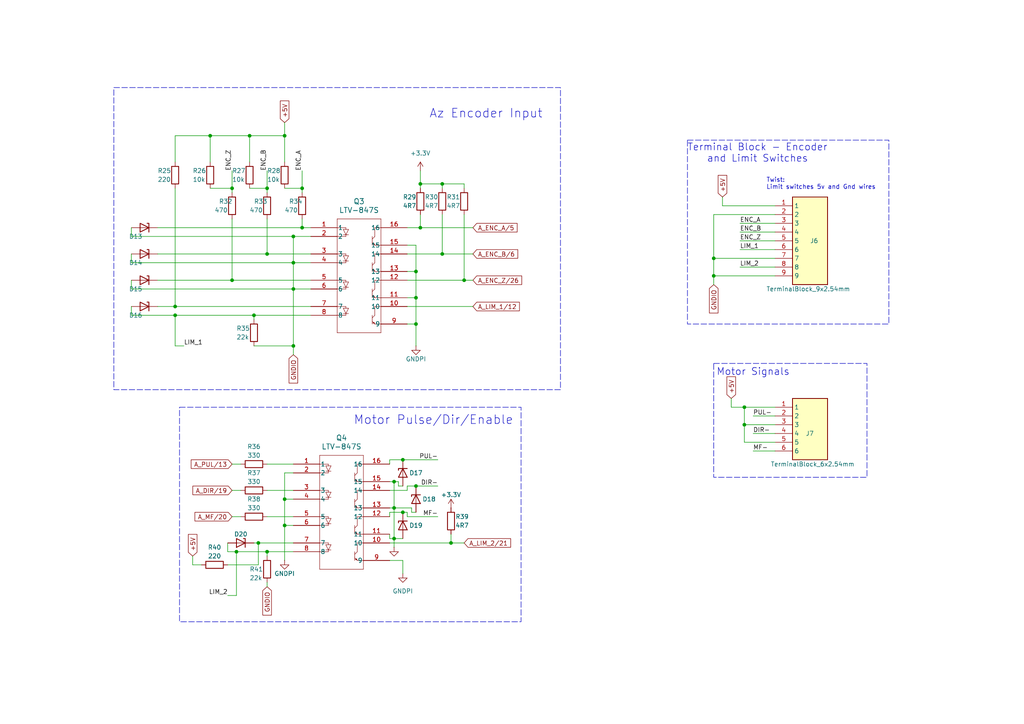
<source format=kicad_sch>
(kicad_sch (version 20250114) (generator "eeschema") (generator_version "9.0")
  (paper "A4")
  (title_block (title "Azimuth I/O") (rev "1.0"))
  (lib_symbols
    (symbol "Device:R" (pin_numbers (hide yes)) (pin_names (offset 0))
      (property "Reference" "R" (at 2.032 0 90))
      (property "Value" "R" (at 0 0 90))
      (symbol "R_0_1"
        (rectangle (start -1.016 -2.54) (end 1.016 2.54) (stroke (width 0.254)))
      )
      (symbol "R_1_1"
        (pin passive line (at 0 3.81 270) (length 1.27) (name "~") (number "1"))
        (pin passive line (at 0 -3.81 90) (length 1.27) (name "~") (number "2"))
      )
    )
    (symbol "Diode:PESD5V0L1UL" (pin_numbers (hide yes)) (pin_names (hide yes))
      (property "Reference" "D" (at 0 2.54 0))
      (property "Value" "PESD5V0L1UL" (at 0 -2.54 0))
      (symbol "PESD5V0L1UL_0_1"
        (polyline (pts (xy -1.27 -1.27) (xy -1.27 1.27) (xy -0.762 1.27)) (stroke (width 0.254)))
        (polyline (pts (xy 1.27 0) (xy -1.27 0)))
        (polyline (pts (xy 1.27 -1.27) (xy 1.27 1.27) (xy -1.27 0) (xy 1.27 -1.27)) (stroke (width 0.254)))
      )
      (symbol "PESD5V0L1UL_1_1"
        (pin passive line (at -3.81 0 0) (length 2.54) (name "K") (number "1"))
        (pin passive line (at 3.81 0 180) (length 2.54) (name "A") (number "2"))
      )
    )
    (symbol "DishSympols:ACPL-847-300E" (pin_names (offset 0.254))
      (property "Reference" "Q" (at 12.7 7.62 0))
      (property "Value" "ACPL-847-300E" (at 12.7 5.08 0))
      (symbol "ACPL-847-300E_0_1"
        (polyline (pts (xy 7.62 0) (xy 10.16 0)) (stroke (width 0.127)))
        (polyline (pts (xy 7.62 -2.54) (xy 10.16 -2.54)) (stroke (width 0.127)))
        (polyline (pts (xy 7.62 -7.62) (xy 10.16 -7.62)) (stroke (width 0.127)))
        (polyline (pts (xy 7.62 -10.16) (xy 10.16 -10.16)) (stroke (width 0.127)))
        (polyline (pts (xy 7.62 -15.24) (xy 10.16 -15.24)) (stroke (width 0.127)))
        (polyline (pts (xy 7.62 -17.78) (xy 10.16 -17.78)) (stroke (width 0.127)))
        (polyline (pts (xy 7.62 -22.86) (xy 10.16 -22.86)) (stroke (width 0.127)))
        (polyline (pts (xy 7.62 -25.4) (xy 10.16 -25.4)) (stroke (width 0.127)))
        (polyline (pts (xy 7.62 -30.48) (xy 7.62 2.54)) (stroke (width 0.127)))
        (polyline (pts (xy 7.62 -30.48) (xy 20.32 -30.48)) (stroke (width 0.127)))
        (polyline (pts (xy 9.398 -0.508) (xy 10.16 -2.032)) (stroke (width 0.127)))
        (polyline (pts (xy 9.398 -2.032) (xy 10.922 -2.032)) (stroke (width 0.127)))
        (polyline (pts (xy 9.398 -8.128) (xy 10.16 -9.652)) (stroke (width 0.127)))
        (polyline (pts (xy 9.398 -9.652) (xy 10.922 -9.652)) (stroke (width 0.127)))
        (polyline (pts (xy 9.398 -15.748) (xy 10.16 -17.272)) (stroke (width 0.127)))
        (polyline (pts (xy 9.398 -17.272) (xy 10.922 -17.272)) (stroke (width 0.127)))
        (polyline (pts (xy 9.398 -23.368) (xy 10.16 -24.892)) (stroke (width 0.127)))
        (polyline (pts (xy 9.398 -24.892) (xy 10.922 -24.892)) (stroke (width 0.127)))
        (polyline (pts (xy 10.16 0) (xy 10.16 -0.508)) (stroke (width 0.127)))
        (polyline (pts (xy 10.16 -2.032) (xy 10.16 -2.54)) (stroke (width 0.127)))
        (polyline (pts (xy 10.16 -2.032) (xy 10.922 -0.508)) (stroke (width 0.127)))
        (polyline (pts (xy 10.16 -7.62) (xy 10.16 -8.128)) (stroke (width 0.127)))
        (polyline (pts (xy 10.16 -9.652) (xy 10.16 -10.16)) (stroke (width 0.127)))
        (polyline (pts (xy 10.16 -9.652) (xy 10.922 -8.128)) (stroke (width 0.127)))
        (polyline (pts (xy 10.16 -15.24) (xy 10.16 -15.748)) (stroke (width 0.127)))
        (polyline (pts (xy 10.16 -17.272) (xy 10.16 -17.78)) (stroke (width 0.127)))
        (polyline (pts (xy 10.16 -17.272) (xy 10.922 -15.748)) (stroke (width 0.127)))
        (polyline (pts (xy 10.16 -22.86) (xy 10.16 -23.368)) (stroke (width 0.127)))
        (polyline (pts (xy 10.16 -24.892) (xy 10.16 -25.4)) (stroke (width 0.127)))
        (polyline (pts (xy 10.16 -24.892) (xy 10.922 -23.368)) (stroke (width 0.127)))
        (polyline (pts (xy 10.922 -0.508) (xy 9.398 -0.508)) (stroke (width 0.127)))
        (polyline (pts (xy 10.922 -8.128) (xy 9.398 -8.128)) (stroke (width 0.127)))
        (polyline (pts (xy 10.922 -15.748) (xy 9.398 -15.748)) (stroke (width 0.127)))
        (polyline (pts (xy 10.922 -23.368) (xy 9.398 -23.368)) (stroke (width 0.127)))
        (polyline (pts (xy 17.78 -2.54) (xy 17.78 -5.08)) (stroke (width 0.127)))
        (polyline (pts (xy 17.78 -3.302) (xy 18.542 -2.54)) (stroke (width 0.127)))
        (polyline (pts (xy 17.78 -4.318) (xy 18.288 -4.826)) (stroke (width 0.127)))
        (polyline (pts (xy 17.78 -10.16) (xy 17.78 -12.7)) (stroke (width 0.127)))
        (polyline (pts (xy 17.78 -10.922) (xy 18.542 -10.16)) (stroke (width 0.127)))
        (polyline (pts (xy 17.78 -11.938) (xy 18.288 -12.446)) (stroke (width 0.127)))
        (polyline (pts (xy 17.78 -17.78) (xy 17.78 -20.32)) (stroke (width 0.127)))
        (polyline (pts (xy 17.78 -18.542) (xy 18.542 -17.78)) (stroke (width 0.127)))
        (polyline (pts (xy 17.78 -19.558) (xy 18.288 -20.066)) (stroke (width 0.127)))
        (polyline (pts (xy 17.78 -25.4) (xy 17.78 -27.94)) (stroke (width 0.127)))
        (polyline (pts (xy 17.78 -26.162) (xy 18.542 -25.4)) (stroke (width 0.127)))
        (polyline (pts (xy 17.78 -27.178) (xy 18.288 -27.686)) (stroke (width 0.127)))
        (polyline (pts (xy 18.542 0) (xy 20.32 0)) (stroke (width 0.127)))
        (polyline (pts (xy 18.542 -2.54) (xy 18.542 0)) (stroke (width 0.127)))
        (polyline (pts (xy 18.542 -5.08) (xy 20.32 -5.08)) (stroke (width 0.127)))
        (polyline (pts (xy 18.542 -5.08) (xy 18.288 -4.572) (xy 18.034 -4.826)) (fill (type outline)))
        (polyline (pts (xy 18.542 -7.62) (xy 20.32 -7.62)) (stroke (width 0.127)))
        (polyline (pts (xy 18.542 -10.16) (xy 18.542 -7.62)) (stroke (width 0.127)))
        (polyline (pts (xy 18.542 -12.7) (xy 20.32 -12.7)) (stroke (width 0.127)))
        (polyline (pts (xy 18.542 -12.7) (xy 18.288 -12.192) (xy 18.034 -12.446)) (fill (type outline)))
        (polyline (pts (xy 18.542 -15.24) (xy 20.32 -15.24)) (stroke (width 0.127)))
        (polyline (pts (xy 18.542 -17.78) (xy 18.542 -15.24)) (stroke (width 0.127)))
        (polyline (pts (xy 18.542 -20.32) (xy 20.32 -20.32)) (stroke (width 0.127)))
        (polyline (pts (xy 18.542 -20.32) (xy 18.288 -19.812) (xy 18.034 -20.066)) (fill (type outline)))
        (polyline (pts (xy 18.542 -22.86) (xy 20.32 -22.86)) (stroke (width 0.127)))
        (polyline (pts (xy 18.542 -25.4) (xy 18.542 -22.86)) (stroke (width 0.127)))
        (polyline (pts (xy 18.542 -27.94) (xy 20.32 -27.94)) (stroke (width 0.127)))
        (polyline (pts (xy 18.542 -27.94) (xy 18.288 -27.432) (xy 18.034 -27.686)) (fill (type outline)))
        (polyline (pts (xy 20.32 2.54) (xy 7.62 2.54)) (stroke (width 0.127)))
        (polyline (pts (xy 20.32 -30.48) (xy 20.32 2.54)) (stroke (width 0.127)))
        (pin passive line (at 0 0 0) (length 7.62) (name "1") (number "1"))
        (pin passive line (at 0 -7.62 0) (length 7.62) (name "3") (number "3"))
        (pin passive line (at 0 -10.16 0) (length 7.62) (name "4") (number "4"))
        (pin passive line (at 0 -15.24 0) (length 7.62) (name "5") (number "5"))
        (pin passive line (at 0 -17.78 0) (length 7.62) (name "6") (number "6"))
        (pin passive line (at 0 -22.86 0) (length 7.62) (name "7") (number "7"))
        (pin passive line (at 0 -25.4 0) (length 7.62) (name "8") (number "8"))
        (pin passive line (at 27.94 0 180) (length 7.62) (name "16") (number "16"))
        (pin passive line (at 27.94 -5.08 180) (length 7.62) (name "15") (number "15"))
        (pin passive line (at 27.94 -7.62 180) (length 7.62) (name "14") (number "14"))
        (pin passive line (at 27.94 -12.7 180) (length 7.62) (name "13") (number "13"))
        (pin passive line (at 27.94 -15.24 180) (length 7.62) (name "12") (number "12"))
        (pin passive line (at 27.94 -20.32 180) (length 7.62) (name "11") (number "11"))
        (pin passive line (at 27.94 -22.86 180) (length 7.62) (name "10") (number "10"))
        (pin passive line (at 27.94 -27.94 180) (length 7.62) (name "9") (number "9"))
      )
      (symbol "ACPL-847-300E_1_1"
        (pin passive line (at 0 -2.54 0) (length 7.62) (name "2") (number "2"))
      )
    )
    (symbol "DishSympols:TerminalBlock_6x2.54mm"
      (property "Reference" "J" (at 16.51 7.62 0))
      (property "Value" "TerminalBlock_6x2.54mm" (at 16.51 5.08 0))
      (symbol "TerminalBlock_6x2.54mm_1_1"
        (rectangle (start 5.08 2.54) (end 15.24 -15.24) (stroke (width 0.254)) (fill (type background)))
        (pin passive line (at 0 0 0) (length 5.08) (name "1") (number "1"))
        (pin passive line (at 0 -2.54 0) (length 5.08) (name "2") (number "2"))
        (pin passive line (at 0 -5.08 0) (length 5.08) (name "3") (number "3"))
        (pin passive line (at 0 -7.62 0) (length 5.08) (name "4") (number "4"))
        (pin passive line (at 0 -10.16 0) (length 5.08) (name "5") (number "5"))
        (pin passive line (at 0 -12.7 0) (length 5.08) (name "6") (number "6"))
      )
    )
    (symbol "DishSympols:TerminalBlock_9x2.54mm"
      (property "Reference" "J" (at 16.51 7.62 0))
      (property "Value" "TerminalBlock_9x2.54mm" (at 16.51 5.08 0))
      (symbol "TerminalBlock_9x2.54mm_1_1"
        (rectangle (start 5.08 2.54) (end 15.24 -22.86) (stroke (width 0.254)) (fill (type background)))
        (pin passive line (at 0 0 0) (length 5.08) (name "1") (number "1"))
        (pin passive line (at 0 -2.54 0) (length 5.08) (name "2") (number "2"))
        (pin passive line (at 0 -5.08 0) (length 5.08) (name "3") (number "3"))
        (pin passive line (at 0 -7.62 0) (length 5.08) (name "4") (number "4"))
        (pin passive line (at 0 -10.16 0) (length 5.08) (name "5") (number "5"))
        (pin passive line (at 0 -12.7 0) (length 5.08) (name "6") (number "6"))
        (pin passive line (at 0 -15.24 0) (length 5.08) (name "7") (number "7"))
        (pin passive line (at 0 -17.78 0) (length 5.08) (name "8") (number "8"))
        (pin passive line (at 0 -20.32 0) (length 5.08) (name "9") (number "9"))
      )
    )
    (symbol "power:+3.3V" (power) (pin_numbers (hide yes)) (pin_names (offset 0) (hide yes))
      (property "Value" "+3.3V" (at 0 3.556 0))
      (symbol "+3.3V_0_1"
        (polyline (pts (xy -0.762 1.27) (xy 0 2.54)))
        (polyline (pts (xy 0 2.54) (xy 0.762 1.27)))
        (polyline (pts (xy 0 0) (xy 0 2.54)))
      )
      (symbol "+3.3V_1_1"
        (pin power_in line (at 0 0 90) (length 0) (name "~") (number "1"))
      )
    )
    (symbol "power:GND" (power) (pin_numbers (hide yes)) (pin_names (offset 0) (hide yes))
      (property "Value" "GND" (at 0 -3.81 0))
      (symbol "GND_0_1"
        (polyline (pts (xy 0 0) (xy 0 -1.27) (xy 1.27 -1.27) (xy 0 -2.54) (xy -1.27 -1.27) (xy 0 -1.27)))
      )
      (symbol "GND_1_1"
        (pin power_in line (at 0 0 270) (length 0) (name "~") (number "1"))
      )
    )
  )
  (rectangle (start 33.02 25.4) (end 162.56 113.03) (stroke (width 0) (type dash)))
  (rectangle (start 199.39 40.64) (end 257.81 93.98) (stroke (width 0) (type dash)))
  (rectangle (start 207.01 105.41) (end 251.46 138.43) (stroke (width 0) (type dash)))
  (rectangle (start 52.07 118.11) (end 151.13 180.34) (stroke (width 0) (type dash)))
  (text "Az Encoder Input" (at 140.97 33.02 0) (effects (font (size 2.54 2.54))))
  (text "Twist:\nLimit switches 5v and Gnd wires" (at 222.25 53.34 0) (effects (font (size 1.27 1.27)) (justify left)))
  (text "Motor Signals" (at 218.44 107.95 0) (effects (font (size 2.032 2.032))))
  (text "Terminal Block - Encoder\nand Limit Switches" (at 219.71 44.45 0) (effects (font (size 2.032 2.032))))
  (text "Motor Pulse/Dir/Enable" (at 125.73 121.92 0) (effects (font (size 2.54 2.54))))
  (junction (at 207.01 74.93))
  (junction (at 68.58 160.02))
  (junction (at 116.84 148.59))
  (junction (at 73.66 91.44))
  (junction (at 128.27 73.66))
  (junction (at 120.65 78.74))
  (junction (at 74.93 157.48))
  (junction (at 60.96 39.37))
  (junction (at 82.55 144.78))
  (junction (at 116.84 133.35))
  (junction (at 121.92 53.34))
  (junction (at 120.65 140.97))
  (junction (at 114.3 147.32))
  (junction (at 82.55 152.4))
  (junction (at 207.01 80.01))
  (junction (at 85.09 100.33))
  (junction (at 67.31 54.61))
  (junction (at 82.55 39.37))
  (junction (at 121.92 66.04))
  (junction (at 85.09 83.82))
  (junction (at 50.8 91.44))
  (junction (at 77.47 54.61))
  (junction (at 85.09 68.58))
  (junction (at 120.65 86.36))
  (junction (at 67.31 81.28))
  (junction (at 120.65 93.98))
  (junction (at 134.62 81.28))
  (junction (at 72.39 39.37))
  (junction (at 130.81 157.48))
  (junction (at 87.63 66.04))
  (junction (at 85.09 76.2))
  (junction (at 77.47 160.02))
  (junction (at 87.63 54.61))
  (junction (at 114.3 156.21))
  (junction (at 114.3 139.7))
  (junction (at 50.8 88.9))
  (junction (at 77.47 73.66))
  (junction (at 128.27 53.34))
  (junction (at 215.9 118.11))
  (junction (at 215.9 123.19))
  (wire (pts (xy 214.63 67.31) (xy 224.79 67.31)))
  (wire (pts (xy 77.47 49.53) (xy 77.47 54.61)))
  (wire (pts (xy 207.01 74.93) (xy 207.01 80.01)))
  (wire (pts (xy 82.55 152.4) (xy 82.55 162.56)))
  (wire (pts (xy 215.9 128.27) (xy 215.9 123.19)))
  (wire (pts (xy 130.81 157.48) (xy 134.62 157.48)))
  (wire (pts (xy 113.03 148.59) (xy 116.84 148.59)))
  (wire (pts (xy 45.72 73.66) (xy 77.47 73.66)))
  (wire (pts (xy 45.72 88.9) (xy 50.8 88.9)))
  (wire (pts (xy 120.65 140.97) (xy 127 140.97)))
  (wire (pts (xy 113.03 149.86) (xy 113.03 148.59)))
  (wire (pts (xy 87.63 63.5) (xy 87.63 66.04)))
  (wire (pts (xy 85.09 83.82) (xy 85.09 100.33)))
  (wire (pts (xy 77.47 73.66) (xy 90.17 73.66)))
  (wire (pts (xy 207.01 74.93) (xy 224.79 74.93)))
  (wire (pts (xy 218.44 120.65) (xy 224.79 120.65)))
  (wire (pts (xy 87.63 49.53) (xy 87.63 54.61)))
  (wire (pts (xy 214.63 69.85) (xy 224.79 69.85)))
  (wire (pts (xy 212.09 118.11) (xy 215.9 118.11)))
  (wire (pts (xy 120.65 78.74) (xy 120.65 86.36)))
  (wire (pts (xy 114.3 156.21) (xy 114.3 158.75)))
  (wire (pts (xy 67.31 54.61) (xy 67.31 55.88)))
  (wire (pts (xy 113.03 147.32) (xy 114.3 147.32)))
  (wire (pts (xy 73.66 157.48) (xy 74.93 157.48)))
  (wire (pts (xy 82.55 35.56) (xy 82.55 39.37)))
  (wire (pts (xy 128.27 53.34) (xy 134.62 53.34)))
  (wire (pts (xy 82.55 152.4) (xy 85.09 152.4)))
  (wire (pts (xy 82.55 39.37) (xy 82.55 46.99)))
  (wire (pts (xy 121.92 49.53) (xy 121.92 53.34)))
  (wire (pts (xy 116.84 148.59) (xy 118.11 148.59)))
  (wire (pts (xy 114.3 147.32) (xy 114.3 156.21)))
  (wire (pts (xy 85.09 83.82) (xy 90.17 83.82)))
  (wire (pts (xy 82.55 54.61) (xy 87.63 54.61)))
  (wire (pts (xy 50.8 54.61) (xy 50.8 88.9)))
  (wire (pts (xy 66.04 160.02) (xy 68.58 160.02)))
  (wire (pts (xy 38.1 76.2) (xy 85.09 76.2)))
  (wire (pts (xy 85.09 76.2) (xy 85.09 83.82)))
  (wire (pts (xy 77.47 134.62) (xy 85.09 134.62)))
  (wire (pts (xy 207.01 62.23) (xy 224.79 62.23)))
  (wire (pts (xy 66.04 172.72) (xy 68.58 172.72)))
  (wire (pts (xy 87.63 54.61) (xy 87.63 55.88)))
  (wire (pts (xy 128.27 53.34) (xy 121.92 53.34)))
  (wire (pts (xy 85.09 137.16) (xy 82.55 137.16)))
  (wire (pts (xy 67.31 63.5) (xy 67.31 81.28)))
  (wire (pts (xy 68.58 160.02) (xy 77.47 160.02)))
  (wire (pts (xy 77.47 63.5) (xy 77.47 73.66)))
  (wire (pts (xy 73.66 91.44) (xy 90.17 91.44)))
  (wire (pts (xy 121.92 53.34) (xy 121.92 54.61)))
  (wire (pts (xy 118.11 93.98) (xy 120.65 93.98)))
  (wire (pts (xy 67.31 81.28) (xy 90.17 81.28)))
  (wire (pts (xy 118.11 140.97) (xy 120.65 140.97)))
  (wire (pts (xy 118.11 142.24) (xy 118.11 140.97)))
  (wire (pts (xy 38.1 81.28) (xy 38.1 83.82)))
  (wire (pts (xy 73.66 91.44) (xy 73.66 92.71)))
  (wire (pts (xy 128.27 54.61) (xy 128.27 53.34)))
  (wire (pts (xy 118.11 148.59) (xy 118.11 149.86)))
  (wire (pts (xy 119.38 147.32) (xy 119.38 148.59)))
  (wire (pts (xy 118.11 149.86) (xy 127 149.86)))
  (wire (pts (xy 50.8 88.9) (xy 90.17 88.9)))
  (wire (pts (xy 114.3 139.7) (xy 114.3 147.32)))
  (wire (pts (xy 77.47 142.24) (xy 85.09 142.24)))
  (wire (pts (xy 118.11 88.9) (xy 137.16 88.9)))
  (wire (pts (xy 72.39 39.37) (xy 82.55 39.37)))
  (wire (pts (xy 120.65 93.98) (xy 120.65 100.33)))
  (wire (pts (xy 128.27 73.66) (xy 118.11 73.66)))
  (wire (pts (xy 85.09 100.33) (xy 85.09 102.87)))
  (wire (pts (xy 128.27 62.23) (xy 128.27 73.66)))
  (wire (pts (xy 128.27 73.66) (xy 137.16 73.66)))
  (wire (pts (xy 82.55 144.78) (xy 85.09 144.78)))
  (wire (pts (xy 85.09 68.58) (xy 85.09 76.2)))
  (wire (pts (xy 74.93 163.83) (xy 74.93 157.48)))
  (wire (pts (xy 120.65 71.12) (xy 120.65 78.74)))
  (wire (pts (xy 77.47 168.91) (xy 77.47 170.18)))
  (wire (pts (xy 215.9 123.19) (xy 215.9 118.11)))
  (wire (pts (xy 38.1 83.82) (xy 85.09 83.82)))
  (wire (pts (xy 134.62 81.28) (xy 137.16 81.28)))
  (wire (pts (xy 209.55 57.15) (xy 209.55 59.69)))
  (wire (pts (xy 77.47 160.02) (xy 85.09 160.02)))
  (wire (pts (xy 113.03 134.62) (xy 113.03 133.35)))
  (wire (pts (xy 67.31 134.62) (xy 69.85 134.62)))
  (wire (pts (xy 60.96 39.37) (xy 72.39 39.37)))
  (wire (pts (xy 207.01 62.23) (xy 207.01 74.93)))
  (wire (pts (xy 50.8 91.44) (xy 73.66 91.44)))
  (wire (pts (xy 66.04 163.83) (xy 74.93 163.83)))
  (wire (pts (xy 113.03 157.48) (xy 130.81 157.48)))
  (wire (pts (xy 77.47 160.02) (xy 77.47 161.29)))
  (wire (pts (xy 113.03 142.24) (xy 118.11 142.24)))
  (wire (pts (xy 120.65 86.36) (xy 120.65 93.98)))
  (wire (pts (xy 218.44 125.73) (xy 224.79 125.73)))
  (wire (pts (xy 67.31 149.86) (xy 69.85 149.86)))
  (wire (pts (xy 77.47 54.61) (xy 77.47 55.88)))
  (wire (pts (xy 214.63 72.39) (xy 224.79 72.39)))
  (wire (pts (xy 58.42 163.83) (xy 55.88 163.83)))
  (wire (pts (xy 215.9 118.11) (xy 224.79 118.11)))
  (wire (pts (xy 72.39 54.61) (xy 77.47 54.61)))
  (wire (pts (xy 134.62 81.28) (xy 118.11 81.28)))
  (wire (pts (xy 68.58 160.02) (xy 68.58 172.72)))
  (wire (pts (xy 38.1 68.58) (xy 85.09 68.58)))
  (wire (pts (xy 209.55 59.69) (xy 224.79 59.69)))
  (wire (pts (xy 82.55 137.16) (xy 82.55 144.78)))
  (wire (pts (xy 121.92 62.23) (xy 121.92 66.04)))
  (wire (pts (xy 114.3 139.7) (xy 115.57 139.7)))
  (wire (pts (xy 207.01 80.01) (xy 207.01 82.55)))
  (wire (pts (xy 115.57 139.7) (xy 115.57 140.97)))
  (wire (pts (xy 66.04 157.48) (xy 66.04 160.02)))
  (wire (pts (xy 60.96 39.37) (xy 60.96 46.99)))
  (wire (pts (xy 67.31 142.24) (xy 69.85 142.24)))
  (wire (pts (xy 38.1 73.66) (xy 38.1 76.2)))
  (wire (pts (xy 118.11 78.74) (xy 120.65 78.74)))
  (wire (pts (xy 130.81 157.48) (xy 130.81 154.94)))
  (wire (pts (xy 72.39 39.37) (xy 72.39 46.99)))
  (wire (pts (xy 82.55 144.78) (xy 82.55 152.4)))
  (wire (pts (xy 214.63 64.77) (xy 224.79 64.77)))
  (wire (pts (xy 115.57 140.97) (xy 116.84 140.97)))
  (wire (pts (xy 113.03 139.7) (xy 114.3 139.7)))
  (wire (pts (xy 87.63 66.04) (xy 90.17 66.04)))
  (wire (pts (xy 118.11 71.12) (xy 120.65 71.12)))
  (wire (pts (xy 50.8 39.37) (xy 50.8 46.99)))
  (wire (pts (xy 207.01 80.01) (xy 224.79 80.01)))
  (wire (pts (xy 121.92 66.04) (xy 118.11 66.04)))
  (wire (pts (xy 77.47 149.86) (xy 85.09 149.86)))
  (wire (pts (xy 134.62 54.61) (xy 134.62 53.34)))
  (wire (pts (xy 85.09 76.2) (xy 90.17 76.2)))
  (wire (pts (xy 38.1 91.44) (xy 50.8 91.44)))
  (wire (pts (xy 45.72 81.28) (xy 67.31 81.28)))
  (wire (pts (xy 224.79 128.27) (xy 215.9 128.27)))
  (wire (pts (xy 113.03 156.21) (xy 114.3 156.21)))
  (wire (pts (xy 218.44 130.81) (xy 224.79 130.81)))
  (wire (pts (xy 38.1 88.9) (xy 38.1 91.44)))
  (wire (pts (xy 114.3 156.21) (xy 116.84 156.21)))
  (wire (pts (xy 212.09 115.57) (xy 212.09 118.11)))
  (wire (pts (xy 224.79 123.19) (xy 215.9 123.19)))
  (wire (pts (xy 50.8 100.33) (xy 53.34 100.33)))
  (wire (pts (xy 119.38 148.59) (xy 120.65 148.59)))
  (wire (pts (xy 50.8 39.37) (xy 60.96 39.37)))
  (wire (pts (xy 116.84 162.56) (xy 116.84 166.37)))
  (wire (pts (xy 85.09 68.58) (xy 90.17 68.58)))
  (wire (pts (xy 113.03 154.94) (xy 113.03 156.21)))
  (wire (pts (xy 73.66 100.33) (xy 85.09 100.33)))
  (wire (pts (xy 50.8 91.44) (xy 50.8 100.33)))
  (wire (pts (xy 113.03 162.56) (xy 116.84 162.56)))
  (wire (pts (xy 55.88 163.83) (xy 55.88 161.29)))
  (wire (pts (xy 116.84 133.35) (xy 127 133.35)))
  (wire (pts (xy 134.62 62.23) (xy 134.62 81.28)))
  (wire (pts (xy 114.3 147.32) (xy 119.38 147.32)))
  (wire (pts (xy 118.11 86.36) (xy 120.65 86.36)))
  (wire (pts (xy 38.1 66.04) (xy 38.1 68.58)))
  (wire (pts (xy 60.96 54.61) (xy 67.31 54.61)))
  (wire (pts (xy 121.92 66.04) (xy 137.16 66.04)))
  (wire (pts (xy 113.03 133.35) (xy 116.84 133.35)))
  (wire (pts (xy 67.31 49.53) (xy 67.31 54.61)))
  (wire (pts (xy 74.93 157.48) (xy 85.09 157.48)))
  (wire (pts (xy 45.72 66.04) (xy 87.63 66.04)))
  (wire (pts (xy 214.63 77.47) (xy 224.79 77.47)))
  (label "LIM_2" (at 66.04 172.72 180))
  (label "LIM_1" (at 214.63 72.39 0))
  (label "MF-" (at 218.44 130.81 0))
  (label "PUL-" (at 218.44 120.65 0))
  (label "ENC_Z" (at 67.31 49.53 90))
  (label "ENC_B" (at 77.47 49.53 90))
  (label "DIR-" (at 127 140.97 180))
  (label "ENC_Z" (at 214.63 69.85 0))
  (label "ENC_A" (at 214.63 64.77 0))
  (label "PUL-" (at 127 133.35 180))
  (label "LIM_2" (at 214.63 77.47 0))
  (label "LIM_1" (at 53.34 100.33 0))
  (label "DIR-" (at 218.44 125.73 0))
  (label "ENC_B" (at 214.63 67.31 0))
  (label "ENC_A" (at 87.63 49.53 90))
  (label "MF-" (at 127 149.86 180))
  (global_label "GNDIO" (shape input) (at 85.09 102.87 270) (property "Intersheetrefs" "${INTERSHEET_REFS}" (effects (hide yes))))
  (global_label "A_DIR{slash}19" (shape input) (at 67.31 142.24 180) (property "Intersheetrefs" "${INTERSHEET_REFS}" (effects (hide yes))))
  (global_label "GNDIO" (shape input) (at 207.01 82.55 270) (property "Intersheetrefs" "${INTERSHEET_REFS}" (effects (hide yes))))
  (global_label "A_LIM_1{slash}12" (shape input) (at 137.16 88.9 0) (property "Intersheetrefs" "${INTERSHEET_REFS}" (effects (hide yes))))
  (global_label "GNDIO" (shape input) (at 77.47 170.18 270) (property "Intersheetrefs" "${INTERSHEET_REFS}" (effects (hide yes))))
  (global_label "+5V" (shape input) (at 82.55 35.56 90) (property "Intersheetrefs" "${INTERSHEET_REFS}" (effects (hide yes))))
  (global_label "+5V" (shape input) (at 212.09 115.57 90) (property "Intersheetrefs" "${INTERSHEET_REFS}" (effects (hide yes))))
  (global_label "A_PUL{slash}13" (shape input) (at 67.31 134.62 180) (property "Intersheetrefs" "${INTERSHEET_REFS}" (effects (hide yes))))
  (global_label "A_ENC_B{slash}6" (shape input) (at 137.16 73.66 0) (property "Intersheetrefs" "${INTERSHEET_REFS}" (effects (hide yes))))
  (global_label "A_LIM_2{slash}21" (shape input) (at 134.62 157.48 0) (property "Intersheetrefs" "${INTERSHEET_REFS}" (effects (hide yes))))
  (global_label "A_MF{slash}20" (shape input) (at 67.31 149.86 180) (property "Intersheetrefs" "${INTERSHEET_REFS}" (effects (hide yes))))
  (global_label "A_ENC_A{slash}5" (shape input) (at 137.16 66.04 0) (property "Intersheetrefs" "${INTERSHEET_REFS}" (effects (hide yes))))
  (global_label "+5V" (shape input) (at 55.88 161.29 90) (property "Intersheetrefs" "${INTERSHEET_REFS}" (effects (hide yes))))
  (global_label "A_ENC_Z{slash}26" (shape input) (at 137.16 81.28 0) (property "Intersheetrefs" "${INTERSHEET_REFS}" (effects (hide yes))))
  (global_label "+5V" (shape input) (at 209.55 57.15 90) (property "Intersheetrefs" "${INTERSHEET_REFS}" (effects (hide yes))))
  (symbol (lib_id "Device:R") (at 87.63 59.69 0) (mirror x) (unit 1)
    (property "Reference" "R34" (at 83.82 58.42 0) (effects (justify left)))
    (property "Value" "470" (at 82.55 60.96 0) (effects (justify left)))
    (property "Footprint" "Resistor_SMD:R_0402_1005Metric" (effects (hide yes)))
    (property "Description" "Resistor" (effects (hide yes)))
  )
  (symbol (lib_id "Diode:PESD5V0L1UL") (at 41.91 81.28 0) (mirror y) (unit 1)
    (property "Reference" "D15" (at 39.37 83.82 0))
    (property "Value" "TPESD0402G05V" (effects (hide yes)))
    (property "Footprint" "Diode_SMD:D_0402_1005Metric" (effects (hide yes)))
    (property "Datasheet" "https://jlcpcb.com/api/file/downloadByFileSystemAccessId/8588893603426390016" (effects (hide yes)))
    (property "Description" "Low capacitance unidirectional ESD protection diode, 5V, SOD-882" (effects (hide yes)))
    (property "LCSC" "C558615" (effects (hide yes)))
  )
  (symbol (lib_id "Diode:PESD5V0L1UL") (at 120.65 144.78 90) (mirror x) (unit 1)
    (property "Reference" "D18" (at 124.46 144.78 90))
    (property "Value" "TPESD0402G05V" (effects (hide yes)))
    (property "Footprint" "Diode_SMD:D_0402_1005Metric" (effects (hide yes)))
    (property "Datasheet" "https://jlcpcb.com/api/file/downloadByFileSystemAccessId/8588893603426390016" (effects (hide yes)))
    (property "Description" "Low capacitance unidirectional ESD protection diode, 5V, SOD-882" (effects (hide yes)))
    (property "LCSC" "C558615" (effects (hide yes)))
  )
  (symbol (lib_id "DishSympols:ACPL-847-300E") (at 90.17 66.04 0) (unit 1)
    (property "Reference" "Q3" (at 104.14 58.42 0) (effects (font (size 1.524 1.524))))
    (property "Value" "LTV-847S" (at 104.14 60.96 0) (effects (font (size 1.524 1.524))))
    (property "Footprint" "DishFootprints:ACPL-847-300E" (effects (hide yes)))
    (property "Datasheet" "https://jlcpcb.com/api/file/downloadByFileSystemAccessId/8589835712603590656" (effects (hide yes)))
    (property "Description" "Replacement for ACPL-847-000E, out of stock at JLCPCB" (effects (hide yes)))
  )
  (symbol (lib_id "Device:R") (at 134.62 58.42 0) (mirror x) (unit 1)
    (property "Reference" "R31" (at 129.54 57.15 0) (effects (justify left)))
    (property "Value" "4R7" (at 129.54 59.69 0) (effects (justify left)))
    (property "Footprint" "Resistor_SMD:R_0402_1005Metric" (effects (hide yes)))
    (property "Description" "Resistor" (effects (hide yes)))
  )
  (symbol (lib_id "Diode:PESD5V0L1UL") (at 116.84 137.16 90) (mirror x) (unit 1)
    (property "Reference" "D17" (at 120.65 137.16 90))
    (property "Value" "TPESD0402G05V" (effects (hide yes)))
    (property "Footprint" "Diode_SMD:D_0402_1005Metric" (effects (hide yes)))
    (property "Datasheet" "https://jlcpcb.com/api/file/downloadByFileSystemAccessId/8588893603426390016" (effects (hide yes)))
    (property "Description" "Low capacitance unidirectional ESD protection diode, 5V, SOD-882" (effects (hide yes)))
    (property "LCSC" "C558615" (effects (hide yes)))
  )
  (symbol (lib_id "Device:R") (at 128.27 58.42 0) (mirror x) (unit 1)
    (property "Reference" "R30" (at 123.19 57.15 0) (effects (justify left)))
    (property "Value" "4R7" (at 123.19 59.69 0) (effects (justify left)))
    (property "Footprint" "Resistor_SMD:R_0402_1005Metric" (effects (hide yes)))
    (property "Description" "Resistor" (effects (hide yes)))
  )
  (symbol (lib_id "Device:R") (at 121.92 58.42 0) (mirror x) (unit 1)
    (property "Reference" "R29" (at 116.84 57.15 0) (effects (justify left)))
    (property "Value" "4R7" (at 116.84 59.69 0) (effects (justify left)))
    (property "Footprint" "Resistor_SMD:R_0402_1005Metric" (effects (hide yes)))
    (property "Description" "Resistor" (effects (hide yes)))
  )
  (symbol (lib_id "Device:R") (at 73.66 142.24 90) (unit 1)
    (property "Reference" "R37" (at 73.66 137.16 90))
    (property "Value" "330" (at 73.66 139.7 90))
    (property "Footprint" "Resistor_SMD:R_0402_1005Metric" (effects (hide yes)))
    (property "Description" "Resistor" (effects (hide yes)))
  )
  (symbol (lib_id "Device:R") (at 82.55 50.8 0) (mirror x) (unit 1)
    (property "Reference" "R28" (at 77.47 49.53 0) (effects (justify left)))
    (property "Value" "10k" (at 77.47 52.07 0) (effects (justify left)))
    (property "Footprint" "Resistor_SMD:R_0402_1005Metric" (effects (hide yes)))
    (property "Description" "Resistor" (effects (hide yes)))
  )
  (symbol (lib_id "Diode:PESD5V0L1UL") (at 41.91 88.9 0) (mirror y) (unit 1)
    (property "Reference" "D16" (at 39.37 91.44 0))
    (property "Value" "TPESD0402G05V" (effects (hide yes)))
    (property "Footprint" "Diode_SMD:D_0402_1005Metric" (effects (hide yes)))
    (property "Datasheet" "https://jlcpcb.com/api/file/downloadByFileSystemAccessId/8588893603426390016" (effects (hide yes)))
    (property "Description" "Low capacitance unidirectional ESD protection diode, 5V, SOD-882" (effects (hide yes)))
    (property "LCSC" "C558615" (effects (hide yes)))
  )
  (symbol (lib_id "power:+3.3V") (at 130.81 147.32 0) (unit 1)
    (property "Reference" "#PWR049" (effects (hide yes)))
    (property "Value" "+3.3V" (at 130.81 143.51 0))
    (property "Description" "Power symbol creates a global label with name \"+3.3V\"" (effects (hide yes)))
  )
  (symbol (lib_id "Diode:PESD5V0L1UL") (at 41.91 66.04 0) (mirror y) (unit 1)
    (property "Reference" "D13" (at 39.37 68.58 0))
    (property "Value" "TPESD0402G05V" (effects (hide yes)))
    (property "Footprint" "Diode_SMD:D_0402_1005Metric" (effects (hide yes)))
    (property "Datasheet" "https://jlcpcb.com/api/file/downloadByFileSystemAccessId/8588893603426390016" (effects (hide yes)))
    (property "Description" "Low capacitance unidirectional ESD protection diode, 5V, SOD-882" (effects (hide yes)))
    (property "LCSC" "C558615" (effects (hide yes)))
  )
  (symbol (lib_id "DishSympols:TerminalBlock_9x2.54mm") (at 224.79 59.69 0) (unit 1)
    (property "Reference" "J6" (at 234.95 69.85 0) (effects (justify left)))
    (property "Value" "TerminalBlock_9x2.54mm" (at 222.25 83.82 0) (effects (justify left)))
    (property "Footprint" "DishFootprints:TerminalBlock_9x2.54mm" (effects (hide yes)))
    (property "Datasheet" "https://www.phoenixcontact.com/online/portal/pi/pxc/product_detail_page/!ut/p/z1/5VfLTuswEP2V3kV3uHbe6TKEClooN6gtNNlEtuNUhrxITAt8_bXboAoEYYFYXCUaKbYzM_Y5nql6YATXMCrwlm-w4GWBMzkPIzt29Uv_4tzU5si8cNHNdXDl3dwEhu7p8BZGMGpYxqhgiY8F25T1Cwy9qyv1QWACQ12NKkofYBgATQ" (effects (hide yes)))
    (property "Description" "PCB terminal block, nominal current: 6 A, rated voltage (III/2): 160 V, nominal cross section: 0.5 mm?, Number of potentials: 9, Number of rows: 1, Number of positions per row: 9, product range: MPT 0,5, pitch: 2.54 mm, connection method: Screw connection with tension sleeve, mounting: Wave soldering, conductor/PCB connection direction: 0 ?, color: green, Pin layout: Linear pinning, Solder pin [P]: 3.5 mm, type of packaging: packed in cardboard" (effects (hide yes)))
    (property "Height" "8.65" (effects (hide yes)))
    (property "Manufacturer_Name" "Phoenix Contact" (effects (hide yes)))
    (property "Manufacturer_Part_Number" "1725724" (effects (hide yes)))
    (property "Mouser Part Number" "651-1725724" (effects (hide yes)))
    (property "Mouser Price/Stock" "https://www.mouser.co.uk/ProductDetail/Phoenix-Contact/1725724?qs=W3wJikR1%252BS5kmBpxVtLnow%3D%3D" (effects (hide yes)))
    (property "Arrow Part Number" "1725724" (effects (hide yes)))
    (property "Arrow Price/Stock" "https://www.arrow.com/en/products/1725724/phoenix-contact?utm_currency=USD&region=nac" (effects (hide yes)))
  )
  (symbol (lib_id "Device:R") (at 60.96 50.8 0) (mirror x) (unit 1)
    (property "Reference" "R26" (at 55.88 49.53 0) (effects (justify left)))
    (property "Value" "10k" (at 55.88 52.07 0) (effects (justify left)))
    (property "Footprint" "Resistor_SMD:R_0402_1005Metric" (effects (hide yes)))
    (property "Description" "Resistor" (effects (hide yes)))
  )
  (symbol (lib_id "Diode:PESD5V0L1UL") (at 116.84 152.4 90) (mirror x) (unit 1)
    (property "Reference" "D19" (at 120.65 152.4 90))
    (property "Value" "TPESD0402G05V" (effects (hide yes)))
    (property "Footprint" "Diode_SMD:D_0402_1005Metric" (effects (hide yes)))
    (property "Datasheet" "https://jlcpcb.com/api/file/downloadByFileSystemAccessId/8588893603426390016" (effects (hide yes)))
    (property "Description" "Low capacitance unidirectional ESD protection diode, 5V, SOD-882" (effects (hide yes)))
    (property "LCSC" "C558615" (effects (hide yes)))
  )
  (symbol (lib_id "Device:R") (at 50.8 50.8 0) (mirror x) (unit 1)
    (property "Reference" "R25" (at 45.72 49.53 0) (effects (justify left)))
    (property "Value" "220" (at 45.72 52.07 0) (effects (justify left)))
    (property "Footprint" "Resistor_SMD:R_0402_1005Metric" (effects (hide yes)))
    (property "Description" "Resistor" (effects (hide yes)))
  )
  (symbol (lib_id "Device:R") (at 62.23 163.83 90) (unit 1)
    (property "Reference" "R40" (at 62.23 158.75 90))
    (property "Value" "220" (at 62.23 161.29 90))
    (property "Footprint" "Resistor_SMD:R_0402_1005Metric" (effects (hide yes)))
    (property "Description" "Resistor" (effects (hide yes)))
  )
  (symbol (lib_id "power:+3.3V") (at 121.92 49.53 0) (unit 1)
    (property "Reference" "#PWR041" (effects (hide yes)))
    (property "Value" "+3.3V" (at 121.92 44.45 0))
    (property "Description" "Power symbol creates a global label with name \"+3.3V\"" (effects (hide yes)))
  )
  (symbol (lib_id "DishSympols:ACPL-847-300E") (at 85.09 134.62 0) (unit 1)
    (property "Reference" "Q4" (at 99.06 127 0) (effects (font (size 1.524 1.524))))
    (property "Value" "LTV-847S" (at 99.06 129.54 0) (effects (font (size 1.524 1.524))))
    (property "Footprint" "DishFootprints:ACPL-847-300E" (effects (hide yes)))
    (property "Datasheet" "https://jlcpcb.com/api/file/downloadByFileSystemAccessId/8589835712603590656" (effects (hide yes)))
  )
  (symbol (lib_id "Diode:PESD5V0L1UL") (at 69.85 157.48 0) (mirror y) (unit 1)
    (property "Reference" "D20" (at 69.85 154.94 0))
    (property "Value" "TPESD0402G05V" (effects (hide yes)))
    (property "Footprint" "Diode_SMD:D_0402_1005Metric" (effects (hide yes)))
    (property "Datasheet" "https://jlcpcb.com/api/file/downloadByFileSystemAccessId/8588893603426390016" (effects (hide yes)))
    (property "Description" "Low capacitance unidirectional ESD protection diode, 5V, SOD-882" (effects (hide yes)))
    (property "LCSC" "C558615" (effects (hide yes)))
  )
  (symbol (lib_id "power:GND") (at 82.55 162.56 0) (unit 1)
    (property "Reference" "#PWR052" (effects (hide yes)))
    (property "Value" "GNDPI" (at 82.55 166.37 0))
    (property "Description" "Power symbol creates a global label with name \"GND\" , ground" (effects (hide yes)))
  )
  (symbol (lib_id "Device:R") (at 73.66 134.62 90) (unit 1)
    (property "Reference" "R36" (at 73.66 129.54 90))
    (property "Value" "330" (at 73.66 132.08 90))
    (property "Footprint" "Resistor_SMD:R_0402_1005Metric" (effects (hide yes)))
    (property "Description" "Resistor" (effects (hide yes)))
  )
  (symbol (lib_id "Device:R") (at 73.66 149.86 90) (unit 1)
    (property "Reference" "R38" (at 73.66 144.78 90))
    (property "Value" "330" (at 73.66 147.32 90))
    (property "Footprint" "Resistor_SMD:R_0402_1005Metric" (effects (hide yes)))
    (property "Description" "Resistor" (effects (hide yes)))
  )
  (symbol (lib_id "Diode:PESD5V0L1UL") (at 41.91 73.66 0) (mirror y) (unit 1)
    (property "Reference" "D14" (at 39.37 76.2 0))
    (property "Value" "TPESD0402G05V" (effects (hide yes)))
    (property "Footprint" "Diode_SMD:D_0402_1005Metric" (effects (hide yes)))
    (property "Datasheet" "https://jlcpcb.com/api/file/downloadByFileSystemAccessId/8588893603426390016" (effects (hide yes)))
    (property "Description" "Low capacitance unidirectional ESD protection diode, 5V, SOD-882" (effects (hide yes)))
    (property "LCSC" "C558615" (effects (hide yes)))
  )
  (symbol (lib_id "Device:R") (at 67.31 59.69 0) (mirror x) (unit 1)
    (property "Reference" "R32" (at 63.5 58.42 0) (effects (justify left)))
    (property "Value" "470" (at 62.23 60.96 0) (effects (justify left)))
    (property "Footprint" "Resistor_SMD:R_0402_1005Metric" (effects (hide yes)))
    (property "Description" "Resistor" (effects (hide yes)))
  )
  (symbol (lib_id "power:GND") (at 114.3 158.75 0) (unit 1)
    (property "Reference" "#PWR050" (effects (hide yes)))
    (property "Value" "GNDIO" (effects (hide yes)))
    (property "Description" "Power symbol creates a global label with name \"GND\" , ground" (effects (hide yes)))
  )
  (symbol (lib_id "Device:R") (at 130.81 151.13 0) (mirror y) (unit 1)
    (property "Reference" "R39" (at 132.08 149.86 0) (effects (justify right)))
    (property "Value" "4R7" (at 132.08 152.4 0) (effects (justify right)))
    (property "Footprint" "Resistor_SMD:R_0402_1005Metric" (effects (hide yes)))
    (property "Description" "Resistor" (effects (hide yes)))
  )
  (symbol (lib_id "Device:R") (at 77.47 165.1 0) (mirror x) (unit 1)
    (property "Reference" "R41" (at 72.39 165.1 0) (effects (justify left)))
    (property "Value" "22k" (at 72.39 167.64 0) (effects (justify left)))
    (property "Footprint" "Resistor_SMD:R_0402_1005Metric" (effects (hide yes)))
    (property "Description" "Resistor" (effects (hide yes)))
  )
  (symbol (lib_id "Device:R") (at 73.66 96.52 0) (mirror x) (unit 1)
    (property "Reference" "R35" (at 68.58 95.25 0) (effects (justify left)))
    (property "Value" "22k" (at 68.58 97.79 0) (effects (justify left)))
    (property "Footprint" "Resistor_SMD:R_0201_0603Metric" (effects (hide yes)))
    (property "Description" "Resistor" (effects (hide yes)))
  )
  (symbol (lib_id "power:GND") (at 116.84 166.37 0) (unit 1)
    (property "Reference" "#PWR053" (effects (hide yes)))
    (property "Value" "GNDPI" (at 116.84 171.45 0))
    (property "Description" "Power symbol creates a global label with name \"GND\" , ground" (effects (hide yes)))
  )
  (symbol (lib_id "DishSympols:TerminalBlock_6x2.54mm") (at 224.79 118.11 0) (unit 1)
    (property "Reference" "J7" (at 233.68 125.73 0) (effects (justify left)))
    (property "Value" "TerminalBlock_6x2.54mm" (at 223.52 134.62 0) (effects (justify left)))
    (property "Footprint" "DishFootprints:TerminalBlock_6x2.54mm" (effects (hide yes)))
    (property "Datasheet" "https://www.phoenixcontact.com/online/portal/us/pxc/product_detail_page/!ut/p/z1/5Vddc6IwFP0r7oNvxYSPBHhEdNda6-KKW-GFISE6tHwVUmn76zeonY7dVmfH8WEH5s6QhHtv7jnJYeYCHyyBn4WbeB3yOM_CRMw9Hwdu3x0OHQXLP2eoD68HyB5OtF_yaKqA38AHfsUSRjmL7JCzdV6-AM-aTJoPPCTAk5tRQekD8B" (effects (hide yes)))
    (property "Description" "Conn PC Terminal Block 6 POS 2.54mm Solder ST Thru-Hole 6A" (effects (hide yes)))
    (property "Height" "8.65" (effects (hide yes)))
    (property "Manufacturer_Name" "Phoenix Contact" (effects (hide yes)))
    (property "Manufacturer_Part_Number" "1725698" (effects (hide yes)))
    (property "Mouser Part Number" "651-1725698" (effects (hide yes)))
    (property "Mouser Price/Stock" "https://www.mouser.co.uk/ProductDetail/Phoenix-Contact/1725698?qs=Ul7CXFMnlWUIR3VpVwwC4A%3D%3D" (effects (hide yes)))
    (property "Arrow Part Number" "1725698" (effects (hide yes)))
    (property "Arrow Price/Stock" "https://www.arrow.com/en/products/1725698/phoenix-contact?region=nac" (effects (hide yes)))
  )
  (symbol (lib_id "power:GND") (at 120.65 100.33 0) (unit 1)
    (property "Reference" "#PWR046" (effects (hide yes)))
    (property "Value" "GNDPI" (at 120.65 104.14 0))
    (property "Description" "Power symbol creates a global label with name \"GND\" , ground" (effects (hide yes)))
  )
  (symbol (lib_id "Device:R") (at 77.47 59.69 0) (mirror x) (unit 1)
    (property "Reference" "R33" (at 73.66 58.42 0) (effects (justify left)))
    (property "Value" "470" (at 72.39 60.96 0) (effects (justify left)))
    (property "Footprint" "Resistor_SMD:R_0402_1005Metric" (effects (hide yes)))
    (property "Description" "Resistor" (effects (hide yes)))
  )
  (symbol (lib_id "Device:R") (at 72.39 50.8 0) (mirror x) (unit 1)
    (property "Reference" "R27" (at 67.31 49.53 0) (effects (justify left)))
    (property "Value" "10k" (at 67.31 52.07 0) (effects (justify left)))
    (property "Footprint" "Resistor_SMD:R_0402_1005Metric" (effects (hide yes)))
    (property "Description" "Resistor" (effects (hide yes)))
  )
)
</source>
